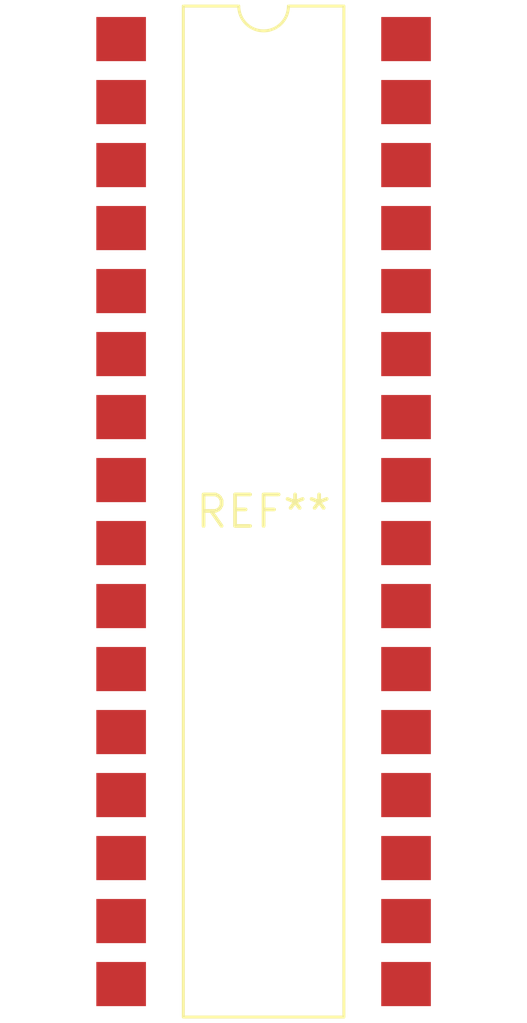
<source format=kicad_pcb>
(kicad_pcb (version 20240108) (generator pcbnew)
  (layers (0 "F.Cu" signal) (31 "B.Cu" signal) (34 "B.Paste" user) (35 "F.Paste" user) (36 "B.SilkS" user "B.Silkscreen") (37 "F.SilkS" user "F.Silkscreen") (38 "B.Mask" user) (39 "F.Mask" user) (44 "Edge.Cuts" user))
  (net 0 "")
  (footprint "SMDIP-32_W11.48mm" (layer "F.Cu") (at 0 0)
    (property "Reference" "REF**")
    (property "Value" "SMDIP-32_W11.48mm")
    (fp_line (start -3.235 -20.38) (end -3.235 20.38) (layer "F.SilkS") (stroke (width 0.12)))
    (fp_line (start -3.235 20.38) (end 3.235 20.38) (layer "F.SilkS") (stroke (width 0.12)))
    (fp_line (start -1 -20.38) (end -3.235 -20.38) (layer "F.SilkS") (stroke (width 0.12)))
    (fp_line (start 3.235 -20.38) (end 1 -20.38) (layer "F.SilkS") (stroke (width 0.12)))
    (fp_line (start 3.235 20.38) (end 3.235 -20.38) (layer "F.SilkS") (stroke (width 0.12)))
    (fp_arc (start 1 -20.38) (mid 0 -19.38) (end -1 -20.38) (layer "F.SilkS") (stroke (width 0.12)))
    (pad "1" smd rect (at -5.74 -19.05) (size 2 1.78) (layers "F.Cu" "F.Paste" "F.Mask"))
    (pad "2" smd rect (at -5.74 -16.51) (size 2 1.78) (layers "F.Cu" "F.Paste" "F.Mask"))
    (pad "3" smd rect (at -5.74 -13.97) (size 2 1.78) (layers "F.Cu" "F.Paste" "F.Mask"))
    (pad "4" smd rect (at -5.74 -11.43) (size 2 1.78) (layers "F.Cu" "F.Paste" "F.Mask"))
    (pad "5" smd rect (at -5.74 -8.89) (size 2 1.78) (layers "F.Cu" "F.Paste" "F.Mask"))
    (pad "6" smd rect (at -5.74 -6.35) (size 2 1.78) (layers "F.Cu" "F.Paste" "F.Mask"))
    (pad "7" smd rect (at -5.74 -3.81) (size 2 1.78) (layers "F.Cu" "F.Paste" "F.Mask"))
    (pad "8" smd rect (at -5.74 -1.27) (size 2 1.78) (layers "F.Cu" "F.Paste" "F.Mask"))
    (pad "9" smd rect (at -5.74 1.27) (size 2 1.78) (layers "F.Cu" "F.Paste" "F.Mask"))
    (pad "10" smd rect (at -5.74 3.81) (size 2 1.78) (layers "F.Cu" "F.Paste" "F.Mask"))
    (pad "11" smd rect (at -5.74 6.35) (size 2 1.78) (layers "F.Cu" "F.Paste" "F.Mask"))
    (pad "12" smd rect (at -5.74 8.89) (size 2 1.78) (layers "F.Cu" "F.Paste" "F.Mask"))
    (pad "13" smd rect (at -5.74 11.43) (size 2 1.78) (layers "F.Cu" "F.Paste" "F.Mask"))
    (pad "14" smd rect (at -5.74 13.97) (size 2 1.78) (layers "F.Cu" "F.Paste" "F.Mask"))
    (pad "15" smd rect (at -5.74 16.51) (size 2 1.78) (layers "F.Cu" "F.Paste" "F.Mask"))
    (pad "16" smd rect (at -5.74 19.05) (size 2 1.78) (layers "F.Cu" "F.Paste" "F.Mask"))
    (pad "17" smd rect (at 5.74 19.05) (size 2 1.78) (layers "F.Cu" "F.Paste" "F.Mask"))
    (pad "18" smd rect (at 5.74 16.51) (size 2 1.78) (layers "F.Cu" "F.Paste" "F.Mask"))
    (pad "19" smd rect (at 5.74 13.97) (size 2 1.78) (layers "F.Cu" "F.Paste" "F.Mask"))
    (pad "20" smd rect (at 5.74 11.43) (size 2 1.78) (layers "F.Cu" "F.Paste" "F.Mask"))
    (pad "21" smd rect (at 5.74 8.89) (size 2 1.78) (layers "F.Cu" "F.Paste" "F.Mask"))
    (pad "22" smd rect (at 5.74 6.35) (size 2 1.78) (layers "F.Cu" "F.Paste" "F.Mask"))
    (pad "23" smd rect (at 5.74 3.81) (size 2 1.78) (layers "F.Cu" "F.Paste" "F.Mask"))
    (pad "24" smd rect (at 5.74 1.27) (size 2 1.78) (layers "F.Cu" "F.Paste" "F.Mask"))
    (pad "25" smd rect (at 5.74 -1.27) (size 2 1.78) (layers "F.Cu" "F.Paste" "F.Mask"))
    (pad "26" smd rect (at 5.74 -3.81) (size 2 1.78) (layers "F.Cu" "F.Paste" "F.Mask"))
    (pad "27" smd rect (at 5.74 -6.35) (size 2 1.78) (layers "F.Cu" "F.Paste" "F.Mask"))
    (pad "28" smd rect (at 5.74 -8.89) (size 2 1.78) (layers "F.Cu" "F.Paste" "F.Mask"))
    (pad "29" smd rect (at 5.74 -11.43) (size 2 1.78) (layers "F.Cu" "F.Paste" "F.Mask"))
    (pad "30" smd rect (at 5.74 -13.97) (size 2 1.78) (layers "F.Cu" "F.Paste" "F.Mask"))
    (pad "31" smd rect (at 5.74 -16.51) (size 2 1.78) (layers "F.Cu" "F.Paste" "F.Mask"))
    (pad "32" smd rect (at 5.74 -19.05) (size 2 1.78) (layers "F.Cu" "F.Paste" "F.Mask"))
  )
)
</source>
